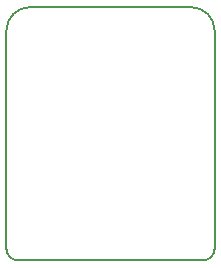
<source format=gbr>
%TF.GenerationSoftware,KiCad,Pcbnew,5.1.10*%
%TF.CreationDate,2021-12-26T17:28:59+01:00*%
%TF.ProjectId,cluster,636c7573-7465-4722-9e6b-696361645f70,rev?*%
%TF.SameCoordinates,Original*%
%TF.FileFunction,Profile,NP*%
%FSLAX46Y46*%
G04 Gerber Fmt 4.6, Leading zero omitted, Abs format (unit mm)*
G04 Created by KiCad (PCBNEW 5.1.10) date 2021-12-26 17:28:59*
%MOMM*%
%LPD*%
G01*
G04 APERTURE LIST*
%TA.AperFunction,Profile*%
%ADD10C,0.200000*%
%TD*%
G04 APERTURE END LIST*
D10*
X165244334Y-88204334D02*
X165244334Y-103830000D01*
X180870000Y-86204334D02*
X167244334Y-86204334D01*
X182870000Y-103830000D02*
X182870000Y-88204334D01*
X180870000Y-86204334D02*
G75*
G02*
X182870000Y-88204334I0J-2000000D01*
G01*
X166244334Y-107657167D02*
G75*
G02*
X165244334Y-106657167I0J1000000D01*
G01*
X182869999Y-106657167D02*
G75*
G02*
X181870000Y-107657166I-999999J0D01*
G01*
X165244334Y-88204334D02*
G75*
G02*
X167244334Y-86204334I2000000J0D01*
G01*
X165244334Y-106657167D02*
X165244334Y-103830000D01*
X181870000Y-107657167D02*
X166244334Y-107657167D01*
X182870000Y-103830000D02*
X182870000Y-106657167D01*
M02*

</source>
